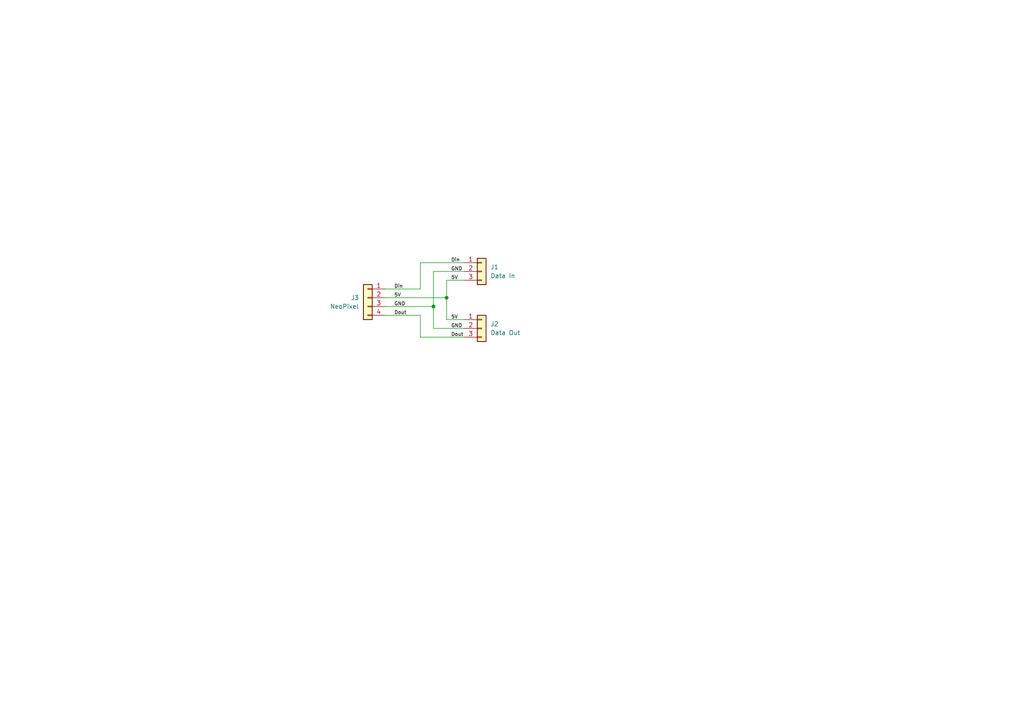
<source format=kicad_sch>
(kicad_sch (version 20250114) (generator "eeschema") (generator_version "9.0")
  (paper "A4")
  (lib_symbols
    (symbol "Connector_Generic:Conn_01x03" (pin_names (offset 1.016) (hide yes))
      (property "Reference" "J" (at 0 5.08 0))
      (property "Value" "Conn_01x03" (at 0 -5.08 0))
      (symbol "Conn_01x03_1_1"
        (rectangle (start -1.27 3.81) (end 1.27 -3.81) (stroke (width 0.254)) (fill (type background)))
        (rectangle (start -1.27 2.667) (end 0 2.413) (stroke (width 0.1524)))
        (rectangle (start -1.27 0.127) (end 0 -0.127) (stroke (width 0.1524)))
        (rectangle (start -1.27 -2.413) (end 0 -2.667) (stroke (width 0.1524)))
        (pin passive line (at -5.08 2.54 0) (length 3.81) (name "Pin_1") (number "1"))
        (pin passive line (at -5.08 0 0) (length 3.81) (name "Pin_2") (number "2"))
        (pin passive line (at -5.08 -2.54 0) (length 3.81) (name "Pin_3") (number "3"))
      )
    )
    (symbol "Connector_Generic:Conn_01x04" (pin_names (offset 1.016) (hide yes))
      (property "Reference" "J" (at 0 5.08 0))
      (property "Value" "Conn_01x04" (at 0 -7.62 0))
      (symbol "Conn_01x04_1_1"
        (rectangle (start -1.27 3.81) (end 1.27 -6.35) (stroke (width 0.254)) (fill (type background)))
        (rectangle (start -1.27 2.667) (end 0 2.413) (stroke (width 0.1524)))
        (rectangle (start -1.27 0.127) (end 0 -0.127) (stroke (width 0.1524)))
        (rectangle (start -1.27 -2.413) (end 0 -2.667) (stroke (width 0.1524)))
        (rectangle (start -1.27 -4.953) (end 0 -5.207) (stroke (width 0.1524)))
        (pin passive line (at -5.08 2.54 0) (length 3.81) (name "Pin_1") (number "1"))
        (pin passive line (at -5.08 0 0) (length 3.81) (name "Pin_2") (number "2"))
        (pin passive line (at -5.08 -2.54 0) (length 3.81) (name "Pin_3") (number "3"))
        (pin passive line (at -5.08 -5.08 0) (length 3.81) (name "Pin_4") (number "4"))
      )
    )
  )
  (junction (at 129.54 86.36))
  (junction (at 125.73 88.9))
  (wire (pts (xy 125.73 88.9) (xy 125.73 95.25)))
  (wire (pts (xy 129.54 86.36) (xy 129.54 81.28)))
  (wire (pts (xy 121.92 97.79) (xy 134.62 97.79)))
  (wire (pts (xy 134.62 78.74) (xy 125.73 78.74)))
  (wire (pts (xy 129.54 92.71) (xy 129.54 86.36)))
  (wire (pts (xy 125.73 78.74) (xy 125.73 88.9)))
  (wire (pts (xy 134.62 92.71) (xy 129.54 92.71)))
  (wire (pts (xy 111.76 88.9) (xy 125.73 88.9)))
  (wire (pts (xy 111.76 86.36) (xy 129.54 86.36)))
  (wire (pts (xy 125.73 95.25) (xy 134.62 95.25)))
  (wire (pts (xy 121.92 76.2) (xy 121.92 83.82)))
  (wire (pts (xy 121.92 91.44) (xy 121.92 97.79)))
  (wire (pts (xy 111.76 91.44) (xy 121.92 91.44)))
  (wire (pts (xy 111.76 83.82) (xy 121.92 83.82)))
  (wire (pts (xy 129.54 81.28) (xy 134.62 81.28)))
  (wire (pts (xy 121.92 76.2) (xy 134.62 76.2)))
  (label "GND" (at 130.81 78.74 0) (effects (font (size 1.016 1.016))))
  (label "Din" (at 130.81 76.2 0) (effects (font (size 1.016 1.016))))
  (label "Din" (at 114.3 83.82 0) (effects (font (size 1.016 1.016))))
  (label "5V" (at 130.81 92.71 0) (effects (font (size 1.016 1.016))))
  (label "5V" (at 130.81 81.28 0) (effects (font (size 1.016 1.016))))
  (label "5V" (at 114.3 86.36 0) (effects (font (size 1.016 1.016))))
  (label "GND" (at 130.81 95.25 0) (effects (font (size 1.016 1.016))))
  (label "Dout" (at 130.81 97.79 0) (effects (font (size 1.016 1.016))))
  (label "Dout" (at 114.3 91.44 0) (effects (font (size 1.016 1.016))))
  (label "GND" (at 114.3 88.9 0) (effects (font (size 1.016 1.016))))
  (symbol (lib_id "Connector_Generic:Conn_01x04") (at 106.68 86.36 0) (mirror y) (unit 1)
    (property "Reference" "J3" (at 104.14 86.3599 0) (effects (justify left)))
    (property "Value" "NeoPixel" (at 104.14 88.8999 0) (effects (justify left)))
    (property "Footprint" "Connector_PinHeader_2.54mm:PinHeader_1x04_P2.54mm_Horizontal" (effects (hide yes)))
    (property "Description" "Generic connector, single row, 01x04, script generated (kicad-library-utils/schlib/autogen/connector/)" (effects (hide yes)))
  )
  (symbol (lib_id "Connector_Generic:Conn_01x03") (at 139.7 78.74 0) (unit 1)
    (property "Reference" "J1" (at 142.24 77.4699 0) (effects (justify left)))
    (property "Value" "Data In" (at 142.24 80.0099 0) (effects (justify left)))
    (property "Footprint" "Connector_PinHeader_2.54mm:PinHeader_1x03_P2.54mm_Horizontal" (effects (hide yes)))
    (property "Description" "Generic connector, single row, 01x03, script generated (kicad-library-utils/schlib/autogen/connector/)" (effects (hide yes)))
  )
  (symbol (lib_id "Connector_Generic:Conn_01x03") (at 139.7 95.25 0) (unit 1)
    (property "Reference" "J2" (at 142.24 93.9799 0) (effects (justify left)))
    (property "Value" "Data Out" (at 142.24 96.5199 0) (effects (justify left)))
    (property "Footprint" "Connector_PinHeader_2.54mm:PinHeader_1x03_P2.54mm_Horizontal" (effects (hide yes)))
    (property "Description" "Generic connector, single row, 01x03, script generated (kicad-library-utils/schlib/autogen/connector/)" (effects (hide yes)))
  )
)
</source>
